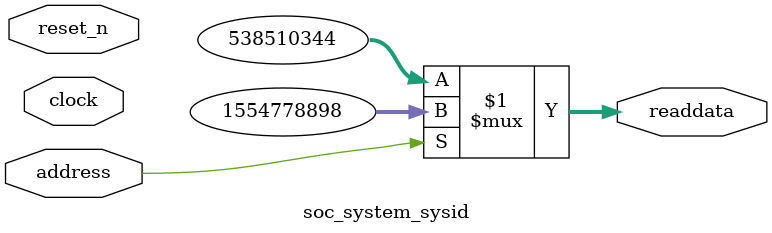
<source format=v>



// synthesis translate_off
`timescale 1ns / 1ps
// synthesis translate_on

// turn off superfluous verilog processor warnings 
// altera message_level Level1 
// altera message_off 10034 10035 10036 10037 10230 10240 10030 

module soc_system_sysid (
               // inputs:
                address,
                clock,
                reset_n,

               // outputs:
                readdata
             )
;

  output  [ 31: 0] readdata;
  input            address;
  input            clock;
  input            reset_n;

  wire    [ 31: 0] readdata;
  //control_slave, which is an e_avalon_slave
  assign readdata = address ? 1554778898 : 538510344;

endmodule



</source>
